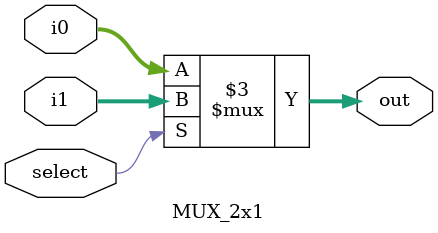
<source format=v>
`timescale 1ns / 1ps


module MUX_2x1
#(parameter Datawidth=32)(
input select,
input[Datawidth-1:0] i0,i1,
output reg[Datawidth-1:0] out
    );
    
    always @(*) begin
        if(select) out = i1;
        else out =i0;
    end
    
endmodule

</source>
